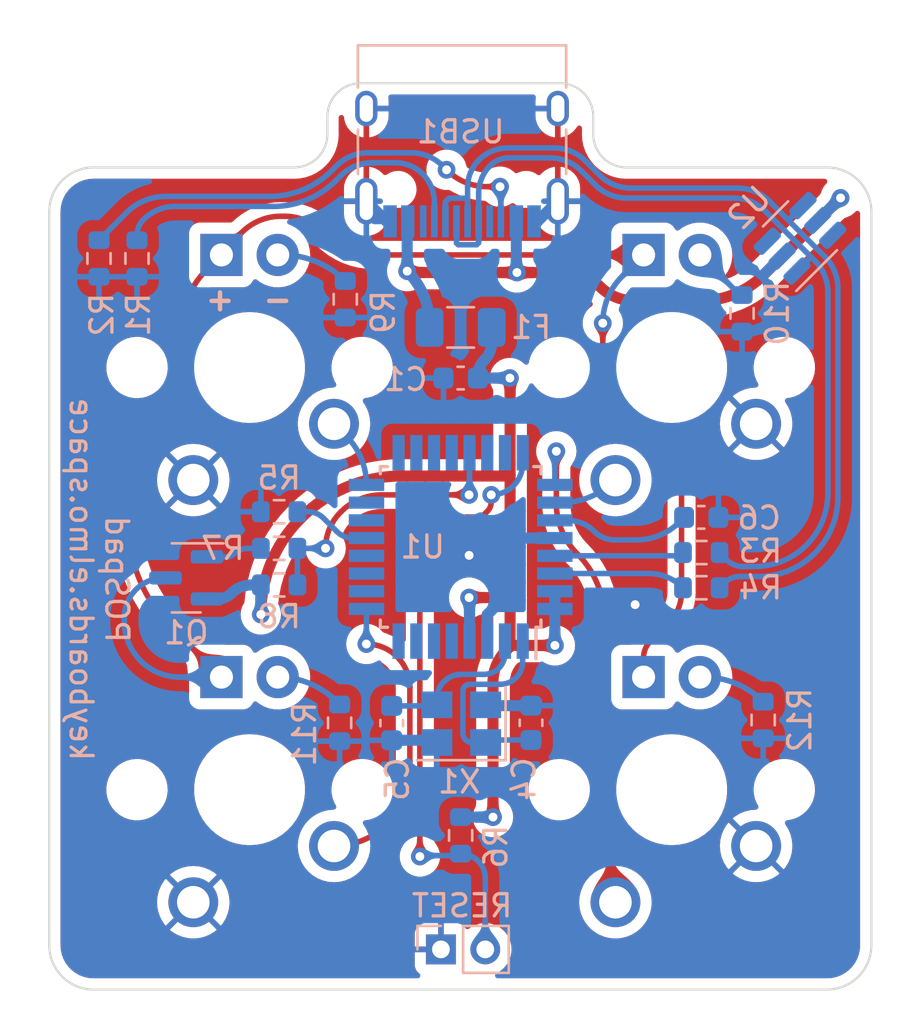
<source format=kicad_pcb>
(kicad_pcb (version 20211014) (generator pcbnew)
  (layers (0 "F.Cu" signal) (31 "B.Cu" signal) (34 "B.Paste" user) (35 "F.Paste" user) (36 "B.SilkS" user "B.Silkscreen") (37 "F.SilkS" user "F.Silkscreen") (38 "B.Mask" user) (39 "F.Mask" user) (44 "Edge.Cuts" user))
  (net 0 "")
  (net 1 "GND")
  (net 2 "+5V")
  (net 3 "Net-(C4-Pad1)")
  (net 4 "Net-(C5-Pad1)")
  (net 5 "Net-(C6-Pad1)")
  (net 6 "VCC")
  (net 7 "LED")
  (net 8 "Net-(R1-Pad2)")
  (net 9 "Net-(R2-Pad2)")
  (net 10 "Net-(R3-Pad2)")
  (net 11 "D+")
  (net 12 "Net-(R4-Pad2)")
  (net 13 "D-")
  (net 14 "Net-(R5-Pad2)")
  (net 15 "Net-(R6-Pad1)")
  (net 35 "Net-(Q1-Pad1)")
  (net 36 "Net-(R7-Pad1)")
  (net 37 "SW1")
  (net 38 "SW2")
  (net 39 "SW3")
  (net 40 "SW4")
  (net 41 "Net-(MX1-Pad3)")
  (net 42 "Net-(MX2-Pad3)")
  (net 43 "Net-(MX3-Pad3)")
  (net 44 "Net-(MX4-Pad3)")
  (footprint "MX_Only:MXOnly-1U" (layer "F.Cu") (at 134.9375 94.45625 180)
    (fp_text reference "MX1")
    (fp_text value "MX-LED")
  )
  (footprint "MX_Only:MXOnly-1U" (layer "F.Cu") (at 153.9875 94.45625 180)
    (fp_text reference "MX2")
    (fp_text value "MX-LED")
  )
  (footprint "MX_Only:MXOnly-1U" (layer "F.Cu") (at 134.9375 113.50625 180)
    (fp_text reference "MX3")
    (fp_text value "MX-LED")
  )
  (footprint "MX_Only:MXOnly-1U" (layer "F.Cu") (at 153.9875 113.50625 180)
    (fp_text reference "MX4")
    (fp_text value "MX-LED")
  )
  (footprint "Capacitor_SMD:C_0603_1608Metric" (layer "B.Cu") (at 144.4625 94.9325 180)
    (fp_text reference "C1")
    (fp_text value "10uF")
  )
  (footprint "Capacitor_SMD:C_0603_1608Metric" (layer "B.Cu") (at 155.321 101.219)
    (fp_text reference "C6")
    (fp_text value "1uF")
  )
  (footprint "Fuse:Fuse_1206_3216Metric" (layer "B.Cu") (at 144.4625 92.6465 180)
    (fp_text reference "F1")
    (fp_text value "Polyfuse_Small")
  )
  (footprint "Resistor_SMD:R_0603_1608Metric" (layer "B.Cu") (at 129.8575 89.535 90)
    (fp_text reference "R1")
    (fp_text value "5.1k")
  )
  (footprint "Resistor_SMD:R_0603_1608Metric" (layer "B.Cu") (at 128.143 89.535 90)
    (fp_text reference "R2")
    (fp_text value "5.1k")
  )
  (footprint "Resistor_SMD:R_0603_1608Metric" (layer "B.Cu") (at 155.321 102.8065 180)
    (fp_text reference "R3")
    (fp_text value "22")
  )
  (footprint "Resistor_SMD:R_0603_1608Metric" (layer "B.Cu") (at 155.321 104.394 180)
    (fp_text reference "R4")
    (fp_text value "22")
  )
  (footprint "Resistor_SMD:R_0603_1608Metric" (layer "B.Cu") (at 136.271 100.965)
    (fp_text reference "R5")
    (fp_text value "10k")
  )
  (footprint "Resistor_SMD:R_0603_1608Metric" (layer "B.Cu") (at 144.4625 115.57 90)
    (fp_text reference "R6")
    (fp_text value "10k")
  )
  (footprint "Resistor_SMD:R_0603_1608Metric" (layer "B.Cu") (at 139.2555 91.3765 90)
    (fp_text reference "R9")
    (fp_text value "1k")
  )
  (footprint "Connector_PinHeader_2.00mm:PinHeader_1x02_P2.00mm_Vertical" (layer "B.Cu") (at 143.5735 120.7135 -90)
    (fp_text reference "RESET")
    (fp_text value "SW_Push")
  )
  (footprint "Package_QFP:TQFP-32_7x7mm_P0.8mm" (layer "B.Cu") (at 144.4625 102.5525 90)
    (fp_text reference "U1")
    (fp_text value "ATmega32U2-AU")
  )
  (footprint "Package_TO_SOT_SMD:SOT-23-6" (layer "B.Cu") (at 159.776931 88.625066 45)
    (fp_text reference "U2")
    (fp_text value "SRV05-4")
  )
  (footprint "Connector_USB:USB_C_Receptacle_HRO_TYPE-C-31-M-12" (layer "B.Cu") (at 144.526 83.82)
    (fp_text reference "USB1")
    (fp_text value "USB_C_Receptacle_USB2.0")
  )
  (footprint "Package_TO_SOT_SMD:SOT-23" (layer "B.Cu") (at 132.08 103.9495 180)
    (fp_text reference "Q1")
    (fp_text value "AO3401A")
  )
  (footprint "Resistor_SMD:R_0603_1608Metric" (layer "B.Cu") (at 136.271 102.616 180)
    (fp_text reference "R7")
    (fp_text value "100r")
  )
  (footprint "Resistor_SMD:R_0603_1608Metric" (layer "B.Cu") (at 136.271 104.267)
    (fp_text reference "R8")
    (fp_text value "10k")
  )
  (footprint "Resistor_SMD:R_0603_1608Metric" (layer "B.Cu") (at 157.1625 92.0115 90)
    (fp_text reference "R10")
    (fp_text value "1k")
  )
  (footprint "Resistor_SMD:R_0603_1608Metric" (layer "B.Cu") (at 139.0015 110.49 90)
    (fp_text reference "R11")
    (fp_text value "1k")
  )
  (footprint "Resistor_SMD:R_0603_1608Metric" (layer "B.Cu") (at 158.115 110.363 90)
    (fp_text reference "R12")
    (fp_text value "1k")
  )
  (footprint "Capacitor_SMD:C_0603_1608Metric" (layer "B.Cu") (at 141.351 110.501991 -90)
    (fp_text reference "C5")
    (fp_text value "22pF")
  )
  (footprint "Capacitor_SMD:C_0603_1608Metric" (layer "B.Cu") (at 147.6375 110.49 90)
    (fp_text reference "C4")
    (fp_text value "22pF")
  )
  (footprint "Crystal:Crystal_SMD_3225-4Pin_3.2x2.5mm" (layer "B.Cu") (at 144.489702 110.52649 180)
    (fp_text reference "X1")
    (fp_text value "Crystal_GND24_Small")
  )
  (gr_line (start 138.4474 83.927301) (end 138.4474 83.127301) (layer "Edge.Cuts") (width 0.1))
  (gr_line (start 150.4474 83.127301) (end 150.4474 83.927301) (layer "Edge.Cuts") (width 0.1))
  (gr_arc (start 162.997399 120.527301) (mid 162.411613 121.941515) (end 160.997399 122.527301) (layer "Edge.Cuts") (width 0.1))
  (gr_arc (start 127.897401 122.527301) (mid 126.483187 121.941515) (end 125.897401 120.527301) (layer "Edge.Cuts") (width 0.1))
  (gr_arc (start 160.9974 85.427301) (mid 162.411614 86.013087) (end 162.9974 87.427301) (layer "Edge.Cuts") (width 0.1))
  (gr_line (start 139.9474 81.627302) (end 148.9474 81.6273) (layer "Edge.Cuts") (width 0.1))
  (gr_arc (start 125.897401 87.427301) (mid 126.483187 86.013087) (end 127.897401 85.427301) (layer "Edge.Cuts") (width 0.1))
  (gr_line (start 151.9474 85.427301) (end 160.9974 85.427301) (layer "Edge.Cuts") (width 0.1))
  (gr_arc (start 138.447401 83.927302) (mid 138.00806 84.987962) (end 136.9474 85.427301) (layer "Edge.Cuts") (width 0.1))
  (gr_arc (start 138.447401 83.127301) (mid 138.886741 82.066642) (end 139.9474 81.627302) (layer "Edge.Cuts") (width 0.1))
  (gr_arc (start 151.9474 85.427301) (mid 150.88674 84.987961) (end 150.4474 83.927301) (layer "Edge.Cuts") (width 0.1))
  (gr_line (start 160.997399 122.527301) (end 127.897401 122.527301) (layer "Edge.Cuts") (width 0.1))
  (gr_line (start 125.897401 120.527301) (end 125.897401 87.427301) (layer "Edge.Cuts") (width 0.1))
  (gr_line (start 162.9974 87.427301) (end 162.997399 120.527301) (layer "Edge.Cuts") (width 0.1))
  (gr_arc (start 148.9474 81.627301) (mid 150.00806 82.066641) (end 150.4474 83.127301) (layer "Edge.Cuts") (width 0.1))
  (gr_line (start 127.897401 85.427301) (end 136.9474 85.427301) (layer "Edge.Cuts") (width 0.1))
  (gr_text "-" (at 136.2075 91.3765) (layer "B.SilkS") (effects (font (size 1 1) (thickness 0.2)) (justify mirror)))
  (gr_text "+" (at 133.604 91.3765) (layer "B.SilkS") (effects (font (size 1 1) (thickness 0.2)) (justify mirror)))
  (gr_text "POSpad\nkeyboards.elmo.space" (at 128.143 104.013 270) (layer "B.SilkS") (effects (font (size 1 1)) (justify mirror)))
  (via (at 144.8435 102.9335) (size 0.8) (drill 0.4) (layers "F.Cu" "B.Cu") (net 1))
  (via (at 152.3365 105.156) (size 0.8) (drill 0.4) (layers "F.Cu" "B.Cu") (net 1))
  (segment (start 143.290203 111.276991) (end 143.389702 111.37649) (width 0.5) (layer "B.Cu") (net 1))
  (segment (start 145.628212 109.715) (end 145.589702 109.67649) (width 0.5) (layer "B.Cu") (net 1))
  (segment (start 141.351 111.276991) (end 143.290203 111.276991) (width 0.5) (layer "B.Cu") (net 1))
  (segment (start 147.6375 109.715) (end 145.628212 109.715) (width 0.5) (layer "B.Cu") (net 1))
  (segment (start 147.773703 109.67649) (end 147.898203 109.55199) (width 0.5) (layer "B.Cu") (net 1))
  (segment (start 147.776 87.865) (end 147.931 87.865) (width 0.5) (layer "B.Cu") (net 1))
  (segment (start 145.6625 105.607) (end 146.3675 104.902) (width 0.5) (layer "B.Cu") (net 1))
  (segment (start 148.7125 102.1525) (end 146.8565 102.1525) (width 0.5) (layer "B.Cu") (net 1))
  (segment (start 141.276 87.865) (end 141.121 87.865) (width 0.5) (layer "B.Cu") (net 1))
  (segment (start 158.999114 89.402883) (end 158.1785 90.223497) (width 0.5) (layer "B.Cu") (net 1))
  (segment (start 145.6625 106.8025) (end 145.6625 105.607) (width 0.5) (layer "B.Cu") (net 1))
  (segment (start 147.931 87.865) (end 148.846 86.95) (width 0.5) (layer "B.Cu") (net 1))
  (segment (start 157.1625 92.8365) (end 157.244485 92.8365) (width 0.5) (layer "B.Cu") (net 1))
  (segment (start 141.121 87.865) (end 140.206 86.95) (width 0.5) (layer "B.Cu") (net 1))
  (arc (start 157.244485 92.8365) (mid 157.990532 92.688102) (end 158.623 92.2655) (width 0.5) (layer "B.Cu") (net 1))
  (segment (start 146.693504 98.814504) (end 146.693504 94.941004) (width 0.5) (layer "F.Cu") (net 2))
  (segment (start 146.693504 107.052496) (end 146.508786 107.237214) (width 0.5) (layer "F.Cu") (net 2))
  (segment (start 146.7485 106.9975) (end 146.693504 107.052496) (width 0.5) (layer "F.Cu") (net 2))
  (segment (start 137.241551 101.264449) (end 137.287 101.219) (width 0.5) (layer "F.Cu") (net 2))
  (segment (start 146.693504 94.941004) (end 146.685 94.9325) (width 0.5) (layer "F.Cu") (net 2))
  (segment (start 146.693504 104.847004) (end 146.693504 107.052496) (width 0.5) (layer "F.Cu") (net 2))
  (segment (start 146.685 104.8385) (end 146.693504 104.847004) (width 0.5) (layer "F.Cu") (net 2))
  (segment (start 148.717 106.9975) (end 146.7485 106.9975) (width 0.5) (layer "F.Cu") (net 2))
  (segment (start 141.791924 99.352999) (end 146.646001 99.352999) (width 0.5) (layer "F.Cu") (net 2))
  (segment (start 146.693504 99.305496) (end 146.693504 98.814504) (width 0.5) (layer "F.Cu") (net 2))
  (segment (start 144.8435 104.8385) (end 146.685 104.8385) (width 0.5) (layer "F.Cu") (net 2))
  (segment (start 146.646001 99.352999) (end 146.693504 99.305496) (width 0.5) (layer "F.Cu") (net 2))
  (segment (start 145.923 108.651427) (end 145.923 114.7445) (width 0.5) (layer "F.Cu") (net 2))
  (segment (start 146.693504 104.847004) (end 146.693504 99.305496) (width 0.5) (layer "F.Cu") (net 2))
  (via (at 148.717 106.9975) (size 0.8) (drill 0.4) (layers "F.Cu" "B.Cu") (net 2))
  (via (at 135.4455 105.6005) (size 0.8) (drill 0.4) (layers "F.Cu" "B.Cu") (net 2))
  (via (at 144.8435 104.8385) (size 0.8) (drill 0.4) (layers "F.Cu" "B.Cu") (net 2))
  (via (at 145.923 114.7445) (size 0.8) (drill 0.4) (layers "F.Cu" "B.Cu") (net 2))
  (via (at 146.685 94.9325) (size 0.8) (drill 0.4) (layers "F.Cu" "B.Cu") (net 2))
  (arc (start 146.508786 107.237214) (mid 146.075241 107.88606) (end 145.923 108.651427) (width 0.5) (layer "F.Cu") (net 2))
  (arc (start 137.287 101.219) (mid 139.353876 99.837957) (end 141.791924 99.352999) (width 0.5) (layer "F.Cu") (net 2))
  (arc (start 135.4455 105.6005) (mid 135.912278 103.253846) (end 137.241551 101.264449) (width 0.5) (layer "F.Cu") (net 2))
  (segment (start 144.4625 114.745) (end 145.9225 114.745) (width 0.5) (layer "B.Cu") (net 2))
  (segment (start 135.446 104.267) (end 135.446 105.6) (width 0.5) (layer "B.Cu") (net 2))
  (segment (start 135.031815 104.267) (end 135.446 104.267) (width 0.5) (layer "B.Cu") (net 2))
  (segment (start 145.9225 114.745) (end 145.923 114.7445) (width 0.5) (layer "B.Cu") (net 2))
  (segment (start 145.2375 94.9325) (end 145.2375 94.842128) (width 0.5) (layer "B.Cu") (net 2))
  (segment (start 144.8625 104.8575) (end 144.8435 104.8385) (width 0.5) (layer "B.Cu") (net 2))
  (segment (start 148.7125 105.3525) (end 148.7125 106.993) (width 0.5) (layer "B.Cu") (net 2))
  (segment (start 133.08 104.8995) (end 133.504826 104.8995) (width 0.5) (layer "B.Cu") (net 2))
  (segment (start 145.8625 93.333245) (end 145.8625 92.6465) (width 0.5) (layer "B.Cu") (net 2))
  (segment (start 146.685 94.9325) (end 145.2375 94.9325) (width 0.5) (layer "B.Cu") (net 2))
  (segment (start 144.8625 106.8025) (end 144.8625 104.8575) (width 0.5) (layer "B.Cu") (net 2))
  (segment (start 148.7125 106.993) (end 148.717 106.9975) (width 0.5) (layer "B.Cu") (net 2))
  (segment (start 148.7125 105.3525) (end 148.7125 104.5525) (width 0.5) (layer "B.Cu") (net 2))
  (segment (start 135.446 105.6) (end 135.4455 105.6005) (width 0.5) (layer "B.Cu") (net 2))
  (arc (start 145.2375 94.842128) (mid 145.316637 94.44428) (end 145.542 94.107) (width 0.5) (layer "B.Cu") (net 2))
  (arc (start 133.504826 104.8995) (mid 133.833426 104.834138) (end 134.112 104.648) (width 0.5) (layer "B.Cu") (net 2))
  (arc (start 134.112 104.648) (mid 134.534014 104.366019) (end 135.031815 104.267) (width 0.5) (layer "B.Cu") (net 2))
  (arc (start 145.542 94.107) (mid 145.779205 93.751999) (end 145.8625 93.333245) (width 0.5) (layer "B.Cu") (net 2))
  (segment (start 147.6375 111.265) (end 145.701192 111.265) (width 0.25) (layer "B.Cu") (net 3))
  (segment (start 145.701192 111.265) (end 145.589702 111.37649) (width 0.25) (layer "B.Cu") (net 3))
  (segment (start 144.564701 109.054299) (end 144.564701 110.959299) (width 0.25) (layer "B.Cu") (net 3))
  (segment (start 147.2625 106.8025) (end 147.2625 107.735764) (width 0.25) (layer "B.Cu") (net 3))
  (segment (start 146.246775 108.751489) (end 144.867511 108.751489) (width 0.25) (layer "B.Cu") (net 3))
  (segment (start 144.981892 111.37649) (end 145.589702 111.37649) (width 0.25) (layer "B.Cu") (net 3))
  (segment (start 146.969607 108.442871) (end 146.953882 108.458596) (width 0.25) (layer "B.Cu") (net 3))
  (arc (start 144.867511 108.751489) (mid 144.653392 108.84018) (end 144.564701 109.054299) (width 0.25) (layer "B.Cu") (net 3))
  (arc (start 144.564701 110.959299) (mid 144.686893 111.254298) (end 144.981892 111.37649) (width 0.25) (layer "B.Cu") (net 3))
  (arc (start 146.953882 108.458596) (mid 146.629459 108.675369) (end 146.246775 108.751489) (width 0.25) (layer "B.Cu") (net 3))
  (arc (start 147.2625 107.735764) (mid 147.18638 108.118448) (end 146.969607 108.442871) (width 0.25) (layer "B.Cu") (net 3))
  (segment (start 141.351 109.726991) (end 143.339201 109.726991) (width 0.25) (layer "B.Cu") (net 4))
  (segment (start 143.339201 109.726991) (end 143.389702 109.67649) (width 0.25) (layer "B.Cu") (net 4))
  (segment (start 146.4625 106.8025) (end 146.4625 107.351458) (width 0.25) (layer "B.Cu") (net 4))
  (segment (start 143.389702 109.67649) (end 143.389702 109.408256) (width 0.25) (layer "B.Cu") (net 4))
  (segment (start 144.496479 108.301479) (end 145.512479 108.301479) (width 0.25) (layer "B.Cu") (net 4))
  (arc (start 143.389702 109.408256) (mid 143.713869 108.625646) (end 144.496479 108.301479) (width 0.25) (layer "B.Cu") (net 4))
  (arc (start 146.4625 107.351458) (mid 146.184245 108.023224) (end 145.512479 108.301479) (width 0.25) (layer "B.Cu") (net 4))
  (segment (start 154.546 101.219) (end 154.32903 101.435969) (width 0.25) (layer "B.Cu") (net 5))
  (segment (start 148.7125 101.3525) (end 149.284272 101.3525) (width 0.25) (layer "B.Cu") (net 5))
  (segment (start 152.4 102.235) (end 151.414815 102.235) (width 0.25) (layer "B.Cu") (net 5))
  (arc (start 149.284272 101.3525) (mid 149.939513 101.482836) (end 150.495 101.854) (width 0.25) (layer "B.Cu") (net 5))
  (arc (start 151.414815 102.235) (mid 150.917015 102.135981) (end 150.495 101.854) (width 0.25) (layer "B.Cu") (net 5))
  (arc (start 154.32903 101.435969) (mid 153.443984 102.027339) (end 152.4 102.235) (width 0.25) (layer "B.Cu") (net 5))
  (segment (start 152.282025 91.44) (end 155.315146 91.44) (width 0.5) (layer "F.Cu") (net 6))
  (segment (start 147.0025 90.17) (end 142.113 90.17) (width 0.5) (layer "F.Cu") (net 6))
  (segment (start 161.6075 86.8045) (end 158.143573 90.268427) (width 0.5) (layer "F.Cu") (net 6))
  (segment (start 147.0025 90.17) (end 149.215975 90.17) (width 0.5) (layer "F.Cu") (net 6))
  (segment (start 142.113 90.17) (end 142.0495 90.1065) (width 0.5) (layer "F.Cu") (net 6))
  (via (at 147.0025 90.17) (size 0.8) (drill 0.4) (layers "F.Cu" "B.Cu") (net 6))
  (via (at 142.0495 90.1065) (size 0.8) (drill 0.4) (layers "F.Cu" "B.Cu") (net 6))
  (via (at 161.6075 86.8045) (size 0.8) (drill 0.4) (layers "F.Cu" "B.Cu") (net 6))
  (arc (start 149.215975 90.17) (mid 150.045642 90.335031) (end 150.749 90.805) (width 0.5) (layer "F.Cu") (net 6))
  (arc (start 150.749 90.805) (mid 151.452357 91.274969) (end 152.282025 91.44) (width 0.5) (layer "F.Cu") (net 6))
  (arc (start 158.143573 90.268427) (mid 156.84588 91.135518) (end 155.315146 91.44) (width 0.5) (layer "F.Cu") (net 6))
  (segment (start 146.976 90.1435) (end 147.0025 90.17) (width 0.5) (layer "B.Cu") (net 6))
  (segment (start 161.597497 86.8045) (end 160.554748 87.847249) (width 0.5) (layer "B.Cu") (net 6))
  (segment (start 143.0625 92.6465) (end 143.0625 92.552098) (width 0.5) (layer "B.Cu") (net 6))
  (segment (start 146.976 87.865) (end 146.976 90.1435) (width 0.5) (layer "B.Cu") (net 6))
  (segment (start 161.6075 86.8045) (end 161.597497 86.8045) (width 0.5) (layer "B.Cu") (net 6))
  (segment (start 142.0495 89.5985) (end 142.0495 87.8915) (width 0.5) (layer "B.Cu") (net 6))
  (segment (start 142.0495 87.8915) (end 142.076 87.865) (width 0.5) (layer "B.Cu") (net 6))
  (segment (start 142.0495 89.5985) (end 142.0495 90.1065) (width 0.5) (layer "B.Cu") (net 6))
  (arc (start 143.0625 92.552098) (mid 142.79923 91.22855) (end 142.0495 90.1065) (width 0.5) (layer "B.Cu") (net 6))
  (segment (start 140.529891 89.37625) (end 152.7175 89.37625) (width 0.25) (layer "F.Cu") (net 7))
  (segment (start 153.846213 98.791713) (end 151.461786 96.407286) (width 0.25) (layer "F.Cu") (net 7))
  (segment (start 132.997573 90.046177) (end 133.6675 89.37625) (width 0.25) (layer "F.Cu") (net 7))
  (segment (start 133.6675 108.42625) (end 131.384804 106.143554) (width 0.25) (layer "F.Cu") (net 7))
  (segment (start 153.010393 106.831607) (end 153.846214 105.995786) (width 0.25) (layer "F.Cu") (net 7))
  (segment (start 150.876 94.993073) (end 150.876 92.456) (width 0.25) (layer "F.Cu") (net 7))
  (segment (start 133.6675 89.37625) (end 133.6675 89.281) (width 0.25) (layer "F.Cu") (net 7))
  (segment (start 152.7175 108.42625) (end 152.7175 107.538714) (width 0.25) (layer "F.Cu") (net 7))
  (segment (start 138.273233 88.362233) (end 138.408571 88.497571) (width 0.25) (layer "F.Cu") (net 7))
  (segment (start 154.432 104.581573) (end 154.432 100.205927) (width 0.25) (layer "F.Cu") (net 7))
  (segment (start 131.826 94.418646) (end 131.826 92.874604) (width 0.25) (layer "F.Cu") (net 7))
  (segment (start 136.354034 87.63) (end 136.505466 87.63) (width 0.25) (layer "F.Cu") (net 7))
  (segment (start 129.4765 101.5365) (end 129.4765 100.09084) (width 0.25) (layer "F.Cu") (net 7))
  (segment (start 133.6675 89.281) (end 134.586267 88.362233) (width 0.25) (layer "F.Cu") (net 7))
  (via (at 150.876 92.456) (size 0.8) (drill 0.4) (layers "F.Cu" "B.Cu") (net 7))
  (arc (start 131.384804 106.143554) (mid 129.972452 104.02982) (end 129.4765 101.5365) (width 0.25) (layer "F.Cu") (net 7))
  (arc (start 129.4765 100.09084) (mid 129.782633 98.551805) (end 130.654427 97.247073) (width 0.25) (layer "F.Cu") (net 7))
  (arc (start 152.7175 107.538714) (mid 152.79362 107.156031) (end 153.010393 106.831607) (width 0.25) (layer "F.Cu") (net 7))
  (arc (start 131.826 92.874604) (mid 132.130482 91.34387) (end 132.997573 90.046177) (width 0.25) (layer "F.Cu") (net 7))
  (arc (start 153.846213 98.791713) (mid 154.279759 99.44056) (end 154.432 100.205927) (width 0.25) (layer "F.Cu") (net 7))
  (arc (start 138.408571 88.497571) (mid 139.381841 89.147889) (end 140.529891 89.37625) (width 0.25) (layer "F.Cu") (net 7))
  (arc (start 153.846214 105.995786) (mid 154.279759 105.34694) (end 154.432 104.581573) (width 0.25) (layer "F.Cu") (net 7))
  (arc (start 130.654427 97.247073) (mid 131.521518 95.94938) (end 131.826 94.418646) (width 0.25) (layer "F.Cu") (net 7))
  (arc (start 150.876 94.993073) (mid 151.028241 95.75844) (end 151.461786 96.407286) (width 0.25) (layer "F.Cu") (net 7))
  (arc (start 138.273233 88.362233) (mid 137.462175 87.820301) (end 136.505466 87.63) (width 0.25) (layer "F.Cu") (net 7))
  (arc (start 134.586267 88.362233) (mid 135.397325 87.820301) (end 136.354034 87.63) (width 0.25) (layer "F.Cu") (net 7))
  (segment (start 151.751575 90.342175) (end 152.7175 89.37625) (width 0.25) (layer "B.Cu") (net 7))
  (segment (start 129.286 105.918) (end 129.286 105.7435) (width 0.25) (layer "B.Cu") (net 7))
  (segment (start 133.6675 108.42625) (end 131.79425 108.42625) (width 0.25) (layer "B.Cu") (net 7))
  (arc (start 129.286 105.7435) (mid 129.81145 104.47495) (end 131.08 103.9495) (width 0.25) (layer "B.Cu") (net 7))
  (arc (start 150.876 92.456) (mid 151.103555 91.312006) (end 151.751575 90.342175) (width 0.25) (layer "B.Cu") (net 7))
  (arc (start 131.79425 108.42625) (mid 130.020649 107.691601) (end 129.286 105.918) (width 0.25) (layer "B.Cu") (net 7))
  (segment (start 129.8575 88.488714) (end 129.8575 88.71) (width 0.25) (layer "B.Cu") (net 8))
  (segment (start 130.160713 87.771287) (end 130.150393 87.781607) (width 0.25) (layer "B.Cu") (net 8))
  (segment (start 136.011146 87.1855) (end 131.574927 87.1855) (width 0.25) (layer "B.Cu") (net 8))
  (segment (start 143.276 87.865) (end 143.276 86.999704) (width 0.25) (layer "B.Cu") (net 8))
  (segment (start 139.050713 85.802787) (end 138.839573 86.013927) (width 0.25) (layer "B.Cu") (net 8))
  (segment (start 141.52158 85.217) (end 140.464927 85.217) (width 0.25) (layer "B.Cu") (net 8))
  (arc (start 138.839573 86.013927) (mid 137.54188 86.881018) (end 136.011146 87.1855) (width 0.25) (layer "B.Cu") (net 8))
  (arc (start 140.464927 85.217) (mid 139.69956 85.369241) (end 139.050713 85.802787) (width 0.25) (layer "B.Cu") (net 8))
  (arc (start 130.150393 87.781607) (mid 129.93362 88.106031) (end 129.8575 88.488714) (width 0.25) (layer "B.Cu") (net 8))
  (arc (start 131.574927 87.1855) (mid 130.80956 87.337741) (end 130.160713 87.771287) (width 0.25) (layer "B.Cu") (net 8))
  (arc (start 142.748 85.725) (mid 142.185315 85.349025) (end 141.52158 85.217) (width 0.25) (layer "B.Cu") (net 8))
  (arc (start 143.276 86.999704) (mid 143.138778 86.30984) (end 142.748 85.725) (width 0.25) (layer "B.Cu") (net 8))
  (segment (start 146.2405 86.2965) (end 145.66713 86.2965) (width 0.25) (layer "F.Cu") (net 9))
  (via (at 143.8275 85.5345) (size 0.8) (drill 0.4) (layers "F.Cu" "B.Cu") (net 9))
  (via (at 146.2405 86.2965) (size 0.8) (drill 0.4) (layers "F.Cu" "B.Cu") (net 9))
  (arc (start 145.66713 86.2965) (mid 144.67153 86.098463) (end 143.8275 85.5345) (width 0.25) (layer "F.Cu") (net 9))
  (segment (start 138.653173 85.563917) (end 138.864314 85.352776) (width 0.25) (layer "B.Cu") (net 9))
  (segment (start 140.278527 84.76699) (end 142.231563 84.76699) (width 0.25) (layer "B.Cu") (net 9))
  (segment (start 129.390504 87.462495) (end 128.143 88.71) (width 0.25) (layer "B.Cu") (net 9))
  (segment (start 143.645777 85.352777) (end 143.8275 85.5345) (width 0.25) (layer "B.Cu") (net 9))
  (segment (start 146.276 87.865) (end 146.276 86.332) (width 0.25) (layer "B.Cu") (net 9))
  (segment (start 131.145651 86.73549) (end 135.824746 86.73549) (width 0.25) (layer "B.Cu") (net 9))
  (segment (start 146.276 86.332) (end 146.2405 86.2965) (width 0.25) (layer "B.Cu") (net 9))
  (arc (start 131.145651 86.73549) (mid 130.195773 86.924433) (end 129.390504 87.462495) (width 0.25) (layer "B.Cu") (net 9))
  (arc (start 138.653173 85.563917) (mid 137.35548 86.431008) (end 135.824746 86.73549) (width 0.25) (layer "B.Cu") (net 9))
  (arc (start 143.645777 85.352777) (mid 142.99693 84.919231) (end 142.231563 84.76699) (width 0.25) (layer "B.Cu") (net 9))
  (arc (start 138.864314 85.352776) (mid 139.51316 84.919231) (end 140.278527 84.76699) (width 0.25) (layer "B.Cu") (net 9))
  (segment (start 148.7125 102.9525) (end 154.35 102.9525) (width 0.25) (layer "B.Cu") (net 10))
  (segment (start 154.35 102.9525) (end 154.496 102.8065) (width 0.25) (layer "B.Cu") (net 10))
  (segment (start 151.962527 86.81001) (end 156.786982 86.81001) (width 0.25) (layer "B.Cu") (net 11))
  (segment (start 149.905332 85.581242) (end 150.548314 86.224224) (width 0.25) (layer "B.Cu") (net 11))
  (segment (start 144.276 87.865) (end 144.276 88.84) (width 0.25) (layer "B.Cu") (net 11))
  (segment (start 159.670865 90.074635) (end 160.275449 89.470051) (width 0.25) (layer "B.Cu") (net 11))
  (segment (start 158.201195 87.395796) (end 159.5452 88.7398) (width 0.25) (layer "B.Cu") (net 11))
  (segment (start 146.637462 84.995455) (end 148.491118 84.995455) (width 0.25) (layer "B.Cu") (net 11))
  (segment (start 145.276 88.825002) (end 145.276 87.865) (width 0.25) (layer "B.Cu") (net 11))
  (segment (start 144.276 88.84) (end 144.351001 88.915001) (width 0.25) (layer "B.Cu") (net 11))
  (segment (start 145.276 87.865) (end 145.276 86.599391) (width 0.25) (layer "B.Cu") (net 11))
  (segment (start 145.186001 88.915001) (end 145.276 88.825002) (width 0.25) (layer "B.Cu") (net 11))
  (segment (start 159.5452 88.7398) (end 160.275449 89.470051) (width 0.25) (layer "B.Cu") (net 11))
  (segment (start 160.450214 89.644815) (end 159.5452 88.7398) (width 0.25) (layer "B.Cu") (net 11))
  (segment (start 144.351001 88.915001) (end 145.186001 88.915001) (width 0.25) (layer "B.Cu") (net 11))
  (segment (start 156.146 102.8065) (end 156.482597 103.143097) (width 0.25) (layer "B.Cu") (net 11))
  (segment (start 161.036 100.128759) (end 161.036 91.059028) (width 0.25) (layer "B.Cu") (net 11))
  (segment (start 157.189704 103.43599) (end 157.728769 103.43599) (width 0.25) (layer "B.Cu") (net 11))
  (arc (start 157.728769 103.43599) (mid 160.067334 102.467324) (end 161.036 100.128759) (width 0.25) (layer "B.Cu") (net 11))
  (arc (start 156.482597 103.143097) (mid 156.807021 103.35987) (end 157.189704 103.43599) (width 0.25) (layer "B.Cu") (net 11))
  (arc (start 145.796 85.344) (mid 146.182065 85.08604) (end 146.637462 84.995455) (width 0.25) (layer "B.Cu") (net 11))
  (arc (start 150.548314 86.224224) (mid 151.19716 86.657769) (end 151.962527 86.81001) (width 0.25) (layer "B.Cu") (net 11))
  (arc (start 145.276 86.599391) (mid 145.411143 85.919979) (end 145.796 85.344) (width 0.25) (layer "B.Cu") (net 11))
  (arc (start 156.786982 86.81001) (mid 157.552349 86.962251) (end 158.201195 87.395796) (width 0.25) (layer "B.Cu") (net 11))
  (arc (start 161.036 91.059028) (mid 160.883759 90.293661) (end 160.450214 89.644815) (width 0.25) (layer "B.Cu") (net 11))
  (arc (start 148.491118 84.995455) (mid 149.256485 85.147696) (end 149.905332 85.581242) (width 0.25) (layer "B.Cu") (net 11))
  (segment (start 148.7125 103.7525) (end 152.947282 103.7525) (width 0.25) (layer "B.Cu") (net 12))
  (arc (start 152.947282 103.7525) (mid 153.785442 103.91922) (end 154.496 104.394) (width 0.25) (layer "B.Cu") (net 12))
  (segment (start 160.900223 89.458413) (end 159.228405 87.786595) (width 0.25) (layer "B.Cu") (net 13))
  (segment (start 155.956 86.36) (end 152.148927 86.36) (width 0.25) (layer "B.Cu") (net 13))
  (segment (start 144.776 86.326077) (end 144.776 86.89) (width 0.25) (layer "B.Cu") (net 13))
  (segment (start 157.068214 103.886) (end 157.914477 103.886) (width 0.25) (layer "B.Cu") (net 13))
  (segment (start 150.734713 85.774213) (end 150.091732 85.131232) (width 0.25) (layer "B.Cu") (net 13))
  (segment (start 143.944001 86.814999) (end 143.776 86.983) (width 0.25) (layer "B.Cu") (net 13))
  (segment (start 148.677519 84.545446) (end 146.602669 84.545446) (width 0.25) (layer "B.Cu") (net 13))
  (segment (start 161.48601 100.314467) (end 161.48601 90.872627) (width 0.25) (layer "B.Cu") (net 13))
  (segment (start 158.387596 86.945787) (end 159.228405 87.786595) (width 0.25) (layer "B.Cu") (net 13))
  (segment (start 144.776 86.89) (end 144.700999 86.814999) (width 0.25) (layer "B.Cu") (net 13))
  (segment (start 159.271899 87.786595) (end 159.228405 87.786595) (width 0.25) (layer "B.Cu") (net 13))
  (segment (start 144.776 87.865) (end 144.776 86.89) (width 0.25) (layer "B.Cu") (net 13))
  (segment (start 156.146 104.394) (end 156.361107 104.178893) (width 0.25) (layer "B.Cu") (net 13))
  (segment (start 159.882997 87.175497) (end 159.271899 87.786595) (width 0.25) (layer "B.Cu") (net 13))
  (segment (start 155.956 86.36) (end 156.973384 86.360001) (width 0.25) (layer "B.Cu") (net 13))
  (segment (start 144.700999 86.814999) (end 143.944001 86.814999) (width 0.25) (layer "B.Cu") (net 13))
  (segment (start 143.776 86.983) (end 143.776 87.865) (width 0.25) (layer "B.Cu") (net 13))
  (arc (start 161.48601 90.872627) (mid 161.333769 90.10726) (end 160.900223 89.458413) (width 0.25) (layer "B.Cu") (net 13))
  (arc (start 145.288 85.09) (mid 144.909064 85.657117) (end 144.776 86.326077) (width 0.25) (layer "B.Cu") (net 13))
  (arc (start 158.387596 86.945787) (mid 157.73875 86.512242) (end 156.973384 86.360001) (width 0.25) (layer "B.Cu") (net 13))
  (arc (start 156.361107 104.178893) (mid 156.685531 103.96212) (end 157.068214 103.886) (width 0.25) (layer "B.Cu") (net 13))
  (arc (start 148.677519 84.545446) (mid 149.442886 84.697687) (end 150.091732 85.131232) (width 0.25) (layer "B.Cu") (net 13))
  (arc (start 146.602669 84.545446) (mid 145.891176 84.68697) (end 145.288 85.09) (width 0.25) (layer "B.Cu") (net 13))
  (arc (start 150.734713 85.774213) (mid 151.38356 86.207759) (end 152.148927 86.36) (width 0.25) (layer "B.Cu") (net 13))
  (arc (start 157.914477 103.886) (mid 160.439932 102.839922) (end 161.48601 100.314467) (width 0.25) (layer "B.Cu") (net 13))
  (segment (start 137.571286 100.965) (end 137.096 100.965) (width 0.25) (layer "B.Cu") (net 14))
  (segment (start 138.880107 101.859607) (end 138.278393 101.257893) (width 0.25) (layer "B.Cu") (net 14))
  (segment (start 140.2125 102.1525) (end 139.587214 102.1525) (width 0.25) (layer "B.Cu") (net 14))
  (arc (start 139.587214 102.1525) (mid 139.204531 102.07638) (end 138.880107 101.859607) (width 0.25) (layer "B.Cu") (net 14))
  (arc (start 138.278393 101.257893) (mid 137.95397 101.04112) (end 137.571286 100.965) (width 0.25) (layer "B.Cu") (net 14))
  (segment (start 142.621 116.5225) (end 142.621 103.317427) (width 0.25) (layer "F.Cu") (net 15))
  (segment (start 145.843503 100.203) (end 145.843503 100.520157) (width 0.25) (layer "F.Cu") (net 15))
  (segment (start 145.667767 100.944421) (end 145.584921 101.027267) (width 0.25) (layer "F.Cu") (net 15))
  (segment (start 145.160657 101.203003) (end 144.735424 101.203003) (width 0.25) (layer "F.Cu") (net 15))
  (segment (start 143.32121 101.78879) (end 143.206786 101.903214) (width 0.25) (layer "F.Cu") (net 15))
  (via (at 142.621 116.5225) (size 0.8) (drill 0.4) (layers "F.Cu" "B.Cu") (net 15))
  (via (at 145.843503 100.203) (size 0.8) (drill 0.4) (layers "F.Cu" "B.Cu") (net 15))
  (arc (start 143.32121 101.78879) (mid 143.970057 101.355244) (end 144.735424 101.203003) (width 0.25) (layer "F.Cu") (net 15))
  (arc (start 145.584921 101.027267) (mid 145.390267 101.157331) (end 145.160657 101.203003) (width 0.25) (layer "F.Cu") (net 15))
  (arc (start 145.843503 100.520157) (mid 145.797831 100.749767) (end 145.667767 100.944421) (width 0.25) (layer "F.Cu") (net 15))
  (arc (start 143.206786 101.903214) (mid 142.773241 102.55206) (end 142.621 103.317427) (width 0.25) (layer "F.Cu") (net 15))
  (segment (start 145.5735 120.7135) (end 145.5735 117.506) (width 0.25) (layer "B.Cu") (net 15))
  (segment (start 144.4625 116.4825) (end 142.661 116.4825) (width 0.25) (layer "B.Cu") (net 15))
  (segment (start 142.661 116.4825) (end 142.621 116.5225) (width 0.25) (layer "B.Cu") (net 15))
  (segment (start 147.2625 98.784003) (end 147.2625 98.3025) (width 0.25) (layer "B.Cu") (net 15))
  (arc (start 145.843503 100.203) (mid 146.846885 99.787385) (end 147.2625 98.784003) (width 0.25) (layer "B.Cu") (net 15))
  (arc (start 145.5735 117.506) (mid 145.248096 116.720404) (end 144.4625 116.395) (width 0.25) (layer "B.Cu") (net 15))
  (segment (start 134.85221 102.616) (end 135.446 102.616) (width 0.25) (layer "B.Cu") (net 35))
  (segment (start 133.08 102.9995) (end 133.92636 102.9995) (width 0.25) (layer "B.Cu") (net 35))
  (arc (start 134.239 102.87) (mid 134.520342 102.682013) (end 134.85221 102.616) (width 0.25) (layer "B.Cu") (net 35))
  (arc (start 133.92636 102.9995) (mid 134.095559 102.965845) (end 134.239 102.87) (width 0.25) (layer "B.Cu") (net 35))
  (segment (start 139.065 100.965) (end 139.040019 100.989981) (width 0.25) (layer "F.Cu") (net 36))
  (segment (start 142.113 100.203) (end 144.8435 100.203) (width 0.25) (layer "F.Cu") (net 36))
  (segment (start 138.366502 102.616) (end 138.366502 102.458714) (width 0.25) (layer "F.Cu") (net 36))
  (segment (start 141.864854 100.203) (end 142.113 100.203) (width 0.25) (layer "F.Cu") (net 36))
  (segment (start 142.113 100.203) (end 140.90463 100.203) (width 0.25) (layer "F.Cu") (net 36))
  (via (at 138.3665 102.616) (size 0.8) (drill 0.4) (layers "F.Cu" "B.Cu") (net 36))
  (via (at 144.8435 100.203) (size 0.8) (drill 0.4) (layers "F.Cu" "B.Cu") (net 36))
  (arc (start 140.90463 100.203) (mid 139.90903 100.401037) (end 139.065 100.965) (width 0.25) (layer "F.Cu") (net 36))
  (arc (start 139.040019 100.989981) (mid 138.541542 101.736004) (end 138.3665 102.616) (width 0.25) (layer "F.Cu") (net 36))
  (segment (start 137.096 102.616) (end 138.3665 102.616) (width 0.25) (layer "B.Cu") (net 36))
  (segment (start 144.8625 100.184) (end 144.8435 100.203) (width 0.25) (layer "B.Cu") (net 36))
  (segment (start 144.8625 98.3025) (end 144.8625 100.184) (width 0.25) (layer "B.Cu") (net 36))
  (segment (start 137.096 102.616) (end 137.096 104.267) (width 0.25) (layer "B.Cu") (net 36))
  (segment (start 139.299448 97.548199) (end 138.7475 96.99625) (width 0.25) (layer "B.Cu") (net 37))
  (arc (start 140.2125 99.7525) (mid 139.975206 98.559541) (end 139.299448 97.548199) (width 0.25) (layer "B.Cu") (net 37))
  (segment (start 148.7125 100.5525) (end 148.994056 100.5525) (width 0.25) (layer "B.Cu") (net 38))
  (arc (start 148.994056 100.5525) (mid 150.32185 100.288386) (end 151.4475 99.53625) (width 0.25) (layer "B.Cu") (net 38))
  (segment (start 142.17099 108.89699) (end 142.17099 112.62276) (width 0.25) (layer "F.Cu") (net 39))
  (via (at 140.208 106.934) (size 0.8) (drill 0.4) (layers "F.Cu" "B.Cu") (net 39))
  (arc (start 140.208 106.934) (mid 141.596044 107.508946) (end 142.17099 108.89699) (width 0.25) (layer "F.Cu") (net 39))
  (arc (start 142.17099 112.62276) (mid 141.168273 115.043533) (end 138.7475 116.04625) (width 0.25) (layer "F.Cu") (net 39))
  (segment (start 140.208 106.934) (end 140.208 105.357) (width 0.25) (layer "B.Cu") (net 39))
  (segment (start 140.208 105.357) (end 140.2125 105.3525) (width 0.25) (layer "B.Cu") (net 39))
  (segment (start 151.4475 118.58625) (end 151.025796 115.397111) (width 0.25) (layer "F.Cu") (net 40))
  (segment (start 150.9395 114.086208) (end 150.9395 105.782748) (width 0.25) (layer "F.Cu") (net 40))
  (segment (start 148.7805 100.570462) (end 148.7805 98.2345) (width 0.25) (layer "F.Cu") (net 40))
  (via (at 148.7805 98.2345) (size 0.8) (drill 0.4) (layers "F.Cu" "B.Cu") (net 40))
  (arc (start 151.025796 115.397111) (mid 150.961098 114.743078) (end 150.9395 114.086208) (width 0.25) (layer "F.Cu") (net 40))
  (arc (start 150.9395 105.782748) (mid 150.625942 104.206381) (end 149.733 102.87) (width 0.25) (layer "F.Cu") (net 40))
  (arc (start 149.733 102.87) (mid 149.028047 101.814963) (end 148.7805 100.570462) (width 0.25) (layer "F.Cu") (net 40))
  (segment (start 148.7125 98.3025) (end 148.7805 98.2345) (width 0.25) (layer "B.Cu") (net 40))
  (segment (start 148.7125 99.7525) (end 148.7125 98.3025) (width 0.25) (layer "B.Cu") (net 40))
  (segment (start 136.2075 89.37625) (end 136.418196 89.37625) (width 0.25) (layer "B.Cu") (net 41))
  (arc (start 136.418196 89.37625) (mid 137.953733 89.681687) (end 139.2555 90.5515) (width 0.25) (layer "B.Cu") (net 41))
  (segment (start 155.2575 89.37625) (end 157.000752 91.119502) (width 0.25) (layer "B.Cu") (net 42))
  (arc (start 157.000752 91.119502) (mid 157.074962 91.169088) (end 157.1625 91.1865) (width 0.25) (layer "B.Cu") (net 42))
  (segment (start 138.862478 109.525978) (end 139.0015 109.665) (width 0.25) (layer "B.Cu") (net 43))
  (arc (start 136.2075 108.42625) (mid 137.644364 108.71206) (end 138.862478 109.525978) (width 0.25) (layer "B.Cu") (net 43))
  (segment (start 155.430999 108.42625) (end 155.2575 108.42625) (width 0.25) (layer "B.Cu") (net 44))
  (arc (start 158.115 109.538) (mid 156.883571 108.715184) (end 155.430999 108.42625) (width 0.25) (layer "B.Cu") (net 44))
  (zone (net 1) (net_name "GND") (layer "F.Cu") (connect_pads (clearance 0.508)) (min_thickness 0.25) (fill yes (thermal_gap 0.508) (thermal_bridge_width 0.254))
    (polygon (pts (xy 164.719 79.4385) (xy 164.592 123.8885) (xy 123.7615 123.8885) (xy 124.46 79.3115)))
  )
  (zone (net 2) (net_name "+5V") (layer "F.Cu") (priority 16962) (connect_pads yes (clearance 0)) (min_thickness 0.0254) (fill yes (thermal_gap 0.508) (thermal_bridge_width 0.508))
    (polygon (pts (xy 145.6335 104.5885) (xy 145.545848 104.588118) (xy 145.469209 104.586655) (xy 145.401626 104.583631) (xy 145.341145 104.578566) (xy 145.285808 104.570982) (xy 145.233661 104.5604) (xy 145.182748 104.546339) (xy 145.131113 104.528322) (xy 145.0768 104.505868) (xy 145.017855 104.4785) (xy 144.6435 104.8385) (xy 145.017855 105.1985) (xy 145.0768 105.171131) (xy 145.131113 105.148677) (xy 145.182748 105.13066) (xy 145.233661 105.116599) (xy 145.285808 105.106017) (xy 145.341145 105.098433) (xy 145.401626 105.093368) (xy 145.469209 105.090344) (xy 145.545848 105.088881) (xy 145.6335 105.0885)))
  )
  (zone (net 6) (net_name "VCC") (layer "F.Cu") (priority 16962) (connect_pads yes (clearance 0)) (min_thickness 0.0254) (fill yes (thermal_gap 0.508) (thermal_bridge_width 0.508))
    (polygon (pts (xy 147.7925 89.92) (xy 147.704848 89.919618) (xy 147.628209 89.918155) (xy 147.560626 89.915131) (xy 147.500145 89.910066) (xy 147.444808 89.902482) (xy 147.392661 89.8919) (xy 147.341748 89.877839) (xy 147.290113 89.859822) (xy 147.2358 89.837368) (xy 147.176855 89.81) (xy 146.8025 90.17) (xy 147.176855 90.53) (xy 147.2358 90.502631) (xy 147.290113 90.480177) (xy 147.341748 90.46216) (xy 147.392661 90.448099) (xy 147.444808 90.437517) (xy 147.500145 90.429933) (xy 147.560626 90.424868) (xy 147.628209 90.421844) (xy 147.704848 90.420381) (xy 147.7925 90.42)))
  )
  (zone (net 7) (net_name "LED") (layer "F.Cu") (priority 16962) (connect_pads yes (clearance 0)) (min_thickness 0.0254) (fill yes (thermal_gap 0.508) (thermal_bridge_width 0.508))
    (polygon (pts (xy 151.001 93.246) (xy 151.004266 93.155538) (xy 151.013658 93.079777) (xy 151.028564 93.01561) (xy 151.048374 92.959935) (xy 151.072476 92.909647) (xy 151.100261 92.86164) (xy 151.131116 92.812812) (xy 151.164432 92.760058) (xy 151.199596 92.700274) (xy 151.236 92.630355) (xy 150.876 92.256) (xy 150.516 92.630355) (xy 150.552403 92.700274) (xy 150.587567 92.760058) (xy 150.620883 92.812812) (xy 150.651738 92.86164) (xy 150.679523 92.909647) (xy 150.703625 92.959935) (xy 150.723435 93.01561) (xy 150.738341 93.079777) (xy 150.747733 93.155538) (xy 150.751 93.246)))
  )
  (zone (net 36) (net_name "Net-(R7-Pad1)") (layer "F.Cu") (priority 16962) (connect_pads yes (clearance 0)) (min_thickness 0.0254) (fill yes (thermal_gap 0.508) (thermal_bridge_width 0.508))
    (polygon (pts (xy 144.0535 100.328) (xy 144.143961 100.331266) (xy 144.219722 100.340658) (xy 144.283889 100.355564) (xy 144.339564 100.375374) (xy 144.389852 100.399476) (xy 144.437859 100.427261) (xy 144.486687 100.458116) (xy 144.539441 100.491432) (xy 144.599225 100.526596) (xy 144.669145 100.563) (xy 145.0435 100.203) (xy 144.669145 99.843) (xy 144.599225 99.879403) (xy 144.539441 99.914567) (xy 144.486687 99.947883) (xy 144.437859 99.978738) (xy 144.389852 100.006523) (xy 144.339564 100.030625) (xy 144.283889 100.050435) (xy 144.219722 100.065341) (xy 144.143961 100.074733) (xy 144.0535 100.078)))
  )
  (zone (net 15) (net_name "Net-(R6-Pad1)") (layer "F.Cu") (priority 16962) (connect_pads yes (clearance 0)) (min_thickness 0.0254) (fill yes (thermal_gap 0.508) (thermal_bridge_width 0.508))
    (polygon (pts (xy 142.496 115.7325) (xy 142.492733 115.822961) (xy 142.483341 115.898722) (xy 142.468435 115.962889) (xy 142.448625 116.018564) (xy 142.424523 116.068852) (xy 142.396738 116.116859) (xy 142.365883 116.165687) (xy 142.332567 116.218441) (xy 142.297403 116.278225) (xy 142.261 116.348145) (xy 142.621 116.7225) (xy 142.981 116.348145) (xy 142.944596 116.278225) (xy 142.909432 116.218441) (xy 142.876116 116.165687) (xy 142.845261 116.116859) (xy 142.817476 116.068852) (xy 142.793374 116.018564) (xy 142.773564 115.962889) (xy 142.758658 115.898722) (xy 142.749266 115.822961) (xy 142.746 115.7325)))
  )
  (zone (net 7) (net_name "LED") (layer "F.Cu") (priority 16962) (connect_pads yes (clearance 0)) (min_thickness 0.0254) (fill yes (thermal_gap 0.508) (thermal_bridge_width 0.508))
    (polygon (pts (xy 132.233842 107.169369) (xy 132.384719 107.337033) (xy 132.49133 107.491148) (xy 132.56215 107.635901) (xy 132.605657 107.77548) (xy 132.630325 107.914073) (xy 132.644631 108.055869) (xy 132.65705 108.205055) (xy 132.67606 108.365819) (xy 132.710135 108.542351) (xy 132.767753 108.738837) (xy 134.004259 108.763009) (xy 133.980087 107.526503) (xy 133.783601 107.468885) (xy 133.607069 107.43481) (xy 133.446305 107.4158) (xy 133.297119 107.403381) (xy 133.155323 107.389075) (xy 133.01673 107.364407) (xy 132.877151 107.3209) (xy 132.732398 107.25008) (xy 132.578283 107.143469) (xy 132.410619 106.992592)))
  )
  (zone (net 7) (net_name "LED") (layer "F.Cu") (priority 16962) (connect_pads yes (clearance 0)) (min_thickness 0.0254) (fill yes (thermal_gap 0.508) (thermal_bridge_width 0.508))
    (polygon (pts (xy 150.815 89.50125) (xy 151.040243 89.51312) (xy 151.224604 89.54671) (xy 151.377038 89.598988) (xy 151.506499 89.666922) (xy 151.621942 89.74748) (xy 151.732322 89.837628) (xy 151.846595 89.934337) (xy 151.973715 90.034573) (xy 152.122636 90.135305) (xy 152.302315 90.2335) (xy 153.19375 89.37625) (xy 152.302315 88.519) (xy 152.122636 88.617194) (xy 151.973715 88.717926) (xy 151.846595 88.818162) (xy 151.732322 88.914871) (xy 151.621942 89.005019) (xy 151.506499 89.085577) (xy 151.377038 89.153511) (xy 151.224604 89.205789) (xy 151.040243 89.239379) (xy 150.815 89.25125)))
  )
  (zone (net 6) (net_name "VCC") (layer "F.Cu") (priority 16962) (connect_pads yes (clearance 0)) (min_thickness 0.0254) (fill yes (thermal_gap 0.508) (thermal_bridge_width 0.508))
    (polygon (pts (xy 146.2125 90.42) (xy 146.300151 90.420381) (xy 146.37679 90.421844) (xy 146.444373 90.424868) (xy 146.504854 90.429933) (xy 146.560191 90.437517) (xy 146.612338 90.448099) (xy 146.663251 90.46216) (xy 146.714886 90.480177) (xy 146.769199 90.502631) (xy 146.828145 90.53) (xy 147.2025 90.17) (xy 146.828145 89.81) (xy 146.769199 89.837368) (xy 146.714886 89.859822) (xy 146.663251 89.877839) (xy 146.612338 89.8919) (xy 146.560191 89.902482) (xy 146.504854 89.910066) (xy 146.444373 89.915131) (xy 146.37679 89.918155) (xy 146.300151 89.919618) (xy 146.2125 89.92)))
  )
  (zone (net 40) (net_name "SW4") (layer "F.Cu") (priority 16962) (connect_pads yes (clearance 0)) (min_thickness 0.0254) (fill yes (thermal_gap 0.508) (thermal_bridge_width 0.508))
    (polygon (pts (xy 151.029282 116.377011) (xy 151.049805 116.643452) (xy 151.037504 116.864765) (xy 150.997562 117.051135) (xy 150.935162 117.212746) (xy 150.855489 117.359783) (xy 150.763726 117.502431) (xy 150.665057 117.650876) (xy 150.564666 117.815301) (xy 150.467737 118.005892) (xy 150.379454 118.232835) (xy 151.521238 119.143895) (xy 152.386979 117.967377) (xy 152.242743 117.771181) (xy 152.099607 117.612333) (xy 151.95993 117.479653) (xy 151.826069 117.361956) (xy 151.700383 117.248061) (xy 151.58523 117.126786) (xy 151.48297 116.986948) (xy 151.395959 116.817366) (xy 151.326558 116.606856) (xy 151.277124 116.344238)))
  )
  (zone (net 6) (net_name "VCC") (layer "F.Cu") (priority 16962) (connect_pads yes (clearance 0)) (min_thickness 0.0254) (fill yes (thermal_gap 0.508) (thermal_bridge_width 0.508))
    (polygon (pts (xy 161.225663 87.53989) (xy 161.287911 87.47818) (xy 161.343137 87.425023) (xy 161.393064 87.379374) (xy 161.439412 87.340188) (xy 161.483903 87.306422) (xy 161.52826 87.277031) (xy 161.574203 87.250972) (xy 161.623455 87.227201) (xy 161.677736 87.204674) (xy 161.73877 87.182346) (xy 161.748921 86.663079) (xy 161.229654 86.67323) (xy 161.207325 86.734263) (xy 161.184798 86.788544) (xy 161.161027 86.837796) (xy 161.134968 86.883739) (xy 161.105577 86.928096) (xy 161.071811 86.972587) (xy 161.032625 87.018935) (xy 160.986976 87.068862) (xy 160.933819 87.124088) (xy 160.87211 87.186337)))
  )
  (zone (net 2) (net_name "+5V") (layer "F.Cu") (priority 16962) (connect_pads yes (clearance 0)) (min_thickness 0.0254) (fill yes (thermal_gap 0.508) (thermal_bridge_width 0.508))
    (polygon (pts (xy 147.927 107.2475) (xy 148.014651 107.247881) (xy 148.09129 107.249344) (xy 148.158873 107.252368) (xy 148.219354 107.257433) (xy 148.274691 107.265017) (xy 148.326838 107.275599) (xy 148.377751 107.28966) (xy 148.429386 107.307677) (xy 148.483699 107.330131) (xy 148.542645 107.3575) (xy 148.917 106.9975) (xy 148.542645 106.6375) (xy 148.483699 106.664868) (xy 148.429386 106.687322) (xy 148.377751 106.705339) (xy 148.326838 106.7194) (xy 148.274691 106.729982) (xy 148.219354 106.737566) (xy 148.158873 106.742631) (xy 148.09129 106.745655) (xy 148.014651 106.747118) (xy 147.927 106.7475)))
  )
  (zone (net 40) (net_name "SW4") (layer "F.Cu") (priority 16962) (connect_pads yes (clearance 0)) (min_thickness 0.0254) (fill yes (thermal_gap 0.508) (thermal_bridge_width 0.508))
    (polygon (pts (xy 148.9055 99.0245) (xy 148.908766 98.934038) (xy 148.918158 98.858277) (xy 148.933064 98.79411) (xy 148.952874 98.738435) (xy 148.976976 98.688147) (xy 149.004761 98.64014) (xy 149.035616 98.591312) (xy 149.068932 98.538558) (xy 149.104096 98.478774) (xy 149.1405 98.408855) (xy 148.7805 98.0345) (xy 148.4205 98.408855) (xy 148.456903 98.478774) (xy 148.492067 98.538558) (xy 148.525383 98.591312) (xy 148.556238 98.64014) (xy 148.584023 98.688147) (xy 148.608125 98.738435) (xy 148.627935 98.79411) (xy 148.642841 98.858277) (xy 148.652233 98.934038) (xy 148.6555 99.0245)))
  )
  (zone (net 9) (net_name "Net-(R2-Pad2)") (layer "F.Cu") (priority 16962) (connect_pads yes (clearance 0)) (min_thickness 0.0254) (fill yes (thermal_gap 0.508) (thermal_bridge_width 0.508))
    (polygon (pts (xy 145.67713 86.4215) (xy 145.713955 86.423301) (xy 145.747871 86.428356) (xy 145.778849 86.436145) (xy 145.806861 86.446145) (xy 145.831879 86.457833) (xy 145.853874 86.47069) (xy 145.872817 86.484192) (xy 145.888679 86.497817) (xy 145.901434 86.511045) (xy 145.911051 86.523354) (xy 146.4405 86.2965) (xy 145.911051 86.069646) (xy 145.901434 86.081954) (xy 145.888679 86.095182) (xy 145.872817 86.108807) (xy 145.853874 86.122309) (xy 145.831879 86.135166) (xy 145.806861 86.146854) (xy 145.778849 86.156854) (xy 145.747871 86.164643) (xy 145.713955 86.169698) (xy 145.67713 86.1715)))
  )
  (zone (net 7) (net_name "LED") (layer "F.Cu") (priority 16962) (connect_pads yes (clearance 0)) (min_thickness 0.0254) (fill yes (thermal_gap 0.508) (thermal_bridge_width 0.508))
    (polygon (pts (xy 134.497878 88.273845) (xy 134.429602 88.333941) (xy 134.359884 88.380836) (xy 134.289885 88.415939) (xy 134.220768 88.440662) (xy 134.153693 88.456415) (xy 134.089822 88.464609) (xy 134.030317 88.466655) (xy 133.976339 88.463963) (xy 133.92905 88.457944) (xy 133.889611 88.450009) (xy 133.355205 89.735812) (xy 134.553519 89.026642) (xy 134.541309 88.990834) (xy 134.530364 88.946736) (xy 134.522235 88.895642) (xy 134.518477 88.838843) (xy 134.520641 88.777632) (xy 134.530281 88.7133) (xy 134.548949 88.647141) (xy 134.578199 88.580447) (xy 134.619583 88.514509) (xy 134.674655 88.450622)))
  )
  (zone (net 6) (net_name "VCC") (layer "F.Cu") (priority 16962) (connect_pads yes (clearance 0)) (min_thickness 0.0254) (fill yes (thermal_gap 0.508) (thermal_bridge_width 0.508))
    (polygon (pts (xy 142.853 89.92) (xy 142.769712 89.91937) (xy 142.696526 89.91713) (xy 142.6318 89.912752) (xy 142.573892 89.905709) (xy 142.521161 89.895475) (xy 142.471965 89.881522) (xy 142.424662 89.863323) (xy 142.377612 89.840351) (xy 142.329172 89.81208) (xy 142.277701 89.777983) (xy 141.851932 90.075409) (xy 142.16577 90.489228) (xy 142.234572 90.4694) (xy 142.29714 90.453759) (xy 142.355804 90.441809) (xy 142.412896 90.433057) (xy 142.470748 90.427007) (xy 142.531691 90.423166) (xy 142.598056 90.421039) (xy 142.672175 90.420132) (xy 142.756379 90.41995) (xy 142.853 90.42)))
  )
  (zone (net 2) (net_name "+5V") (layer "F.Cu") (priority 16962) (connect_pads yes (clearance 0)) (min_thickness 0.0254) (fill yes (thermal_gap 0.508) (thermal_bridge_width 0.508))
    (polygon (pts (xy 146.943504 95.731004) (xy 146.943805 95.641249) (xy 146.945044 95.5628) (xy 146.94772 95.493632) (xy 146.952331 95.431719) (xy 146.959378 95.375034) (xy 146.969361 95.321553) (xy 146.982779 95.269248) (xy 147.000131 95.216093) (xy 147.021917 95.160064) (xy 147.048637 95.099135) (xy 146.680734 94.732546) (xy 146.328802 95.114496) (xy 146.357435 95.173047) (xy 146.380903 95.227137) (xy 146.399713 95.278698) (xy 146.414371 95.329659) (xy 146.425384 95.381953) (xy 146.433258 95.437511) (xy 146.4385 95.498263) (xy 146.441618 95.566142) (xy 146.443116 95.643078) (xy 146.443504 95.731004)))
  )
  (zone (net 2) (net_name "+5V") (layer "F.Cu") (priority 16962) (connect_pads yes (clearance 0)) (min_thickness 0.0254) (fill yes (thermal_gap 0.508) (thermal_bridge_width 0.508))
    (polygon (pts (xy 145.673 113.9545) (xy 145.672618 114.042151) (xy 145.671155 114.11879) (xy 145.668131 114.186373) (xy 145.663066 114.246854) (xy 145.655482 114.302191) (xy 145.6449 114.354338) (xy 145.630839 114.405251) (xy 145.612822 114.456886) (xy 145.590368 114.511199) (xy 145.563 114.570145) (xy 145.923 114.9445) (xy 146.283 114.570145) (xy 146.255631 114.511199) (xy 146.233177 114.456886) (xy 146.21516 114.405251) (xy 146.201099 114.354338) (xy 146.190517 114.302191) (xy 146.182933 114.246854) (xy 146.177868 114.186373) (xy 146.174844 114.11879) (xy 146.173381 114.042151) (xy 146.173 113.9545)))
  )
  (zone (net 1) (net_name "GND") (layer "B.Cu") (connect_pads (clearance 0.508)) (min_thickness 0.25) (fill yes (thermal_gap 0.508) (thermal_bridge_width 0.254))
    (polygon (pts (xy 164.632172 79.375) (xy 164.505172 123.825) (xy 123.674672 123.825) (xy 124.373172 79.248)))
  )
  (zone (net 7) (net_name "LED") (layer "B.Cu") (priority 16962) (connect_pads yes (clearance 0)) (min_thickness 0.0254) (fill yes (thermal_gap 0.508) (thermal_bridge_width 0.508))
    (polygon (pts (xy 131.80425 108.55125) (xy 132.01699 108.562057) (xy 132.19293 108.592795) (xy 132.339731 108.640941) (xy 132.465056 108.703969) (xy 132.576566 108.779357) (xy 132.681922 108.864578) (xy 132.788788 108.95711) (xy 132.904825 109.054428) (xy 133.037694 109.154008) (xy 133.195058 109.253325) (xy 134.14375 108.42625) (xy 133.195058 107.599175) (xy 133.037694 107.698491) (xy 132.904825 107.798071) (xy 132.788788 107.895389) (xy 132.681922 107.987921) (xy 132.576566 108.073142) (xy 132.465056 108.14853) (xy 132.339731 108.211558) (xy 132.19293 108.259704) (xy 132.01699 108.290442) (xy 131.80425 108.30125)))
  )
  (zone (net 2) (net_name "+5V") (layer "B.Cu") (priority 16962) (connect_pads yes (clearance 0)) (min_thickness 0.0254) (fill yes (thermal_gap 0.508) (thermal_bridge_width 0.508))
    (polygon (pts (xy 135.196 104.81) (xy 135.195618 104.897665) (xy 135.194153 104.97432) (xy 135.191124 105.041919) (xy 135.186049 105.102416) (xy 135.178449 105.157764) (xy 135.167841 105.209919) (xy 135.153746 105.260834) (xy 135.135681 105.312464) (xy 135.113168 105.366762) (xy 135.085724 105.425684) (xy 135.445244 105.800499) (xy 135.805722 105.426606) (xy 135.77839 105.367542) (xy 135.755975 105.313128) (xy 135.737995 105.261403) (xy 135.723972 105.210407) (xy 135.713423 105.158181) (xy 135.70587 105.102764) (xy 135.700831 105.042198) (xy 135.697827 104.974521) (xy 135.696376 104.897775) (xy 135.696 104.81)))
  )
  (zone (net 36) (net_name "Net-(R7-Pad1)") (layer "B.Cu") (priority 16962) (connect_pads yes (clearance 0)) (min_thickness 0.0254) (fill yes (thermal_gap 0.508) (thermal_bridge_width 0.508))
    (polygon (pts (xy 137.5765 102.741) (xy 137.666961 102.744266) (xy 137.742722 102.753658) (xy 137.806889 102.768564) (xy 137.862564 102.788374) (xy 137.912852 102.812476) (xy 137.960859 102.840261) (xy 138.009687 102.871116) (xy 138.062441 102.904432) (xy 138.122225 102.939596) (xy 138.192145 102.976) (xy 138.5665 102.616) (xy 138.192145 102.256) (xy 138.122225 102.292403) (xy 138.062441 102.327567) (xy 138.009687 102.360883) (xy 137.960859 102.391738) (xy 137.912852 102.419523) (xy 137.862564 102.443625) (xy 137.806889 102.463435) (xy 137.742722 102.478341) (xy 137.666961 102.487733) (xy 137.5765 102.491)))
  )
  (zone (net 2) (net_name "+5V") (layer "B.Cu") (priority 16962) (connect_pads yes (clearance 0)) (min_thickness 0.0254) (fill yes (thermal_gap 0.508) (thermal_bridge_width 0.508))
    (polygon (pts (xy 148.4625 106.203) (xy 148.462159 106.291768) (xy 148.460813 106.369367) (xy 148.45797 106.437791) (xy 148.453141 106.499033) (xy 148.445836 106.555085) (xy 148.435565 106.607941) (xy 148.42184 106.659593) (xy 148.404169 106.712035) (xy 148.382064 106.76726) (xy 148.355035 106.827262) (xy 148.719281 107.197486) (xy 149.074987 106.81905) (xy 149.046944 106.760317) (xy 149.023951 106.706127) (xy 149.005514 106.654536) (xy 148.991137 106.603601) (xy 148.980328 106.55138) (xy 148.972592 106.495931) (xy 148.967436 106.435311) (xy 148.964364 106.367578) (xy 148.962883 106.290788) (xy 148.9625 106.203)))
  )
  (zone (net 39) (net_name "SW3") (layer "B.Cu") (priority 16962) (connect_pads yes (clearance 0)) (min_thickness 0.0254) (fill yes (thermal_gap 0.508) (thermal_bridge_width 0.508))
    (polygon (pts (xy 140.083 106.144) (xy 140.079733 106.234461) (xy 140.070341 106.310222) (xy 140.055435 106.374389) (xy 140.035625 106.430064) (xy 140.011523 106.480352) (xy 139.983738 106.528359) (xy 139.952883 106.577187) (xy 139.919567 106.629941) (xy 139.884403 106.689725) (xy 139.848 106.759645) (xy 140.208 107.134) (xy 140.568 106.759645) (xy 140.531596 106.689725) (xy 140.496432 106.629941) (xy 140.463116 106.577187) (xy 140.432261 106.528359) (xy 140.404476 106.480352) (xy 140.380374 106.430064) (xy 140.360564 106.374389) (xy 140.345658 106.310222) (xy 140.336266 106.234461) (xy 140.333 106.144)))
  )
  (zone (net 6) (net_name "VCC") (layer "B.Cu") (priority 16962) (connect_pads yes (clearance 0)) (min_thickness 0.0254) (fill yes (thermal_gap 0.508) (thermal_bridge_width 0.508))
    (polygon (pts (xy 146.726 89.3635) (xy 146.725835 89.456299) (xy 146.724995 89.537335) (xy 146.722964 89.608751) (xy 146.719224 89.672691) (xy 146.713257 89.7313) (xy 146.704546 89.786722) (xy 146.692575 89.841102) (xy 146.676825 89.896584) (xy 146.656779 89.955313) (xy 146.631921 90.019433) (xy 147.01551 90.369576) (xy 147.350395 89.972595) (xy 147.319575 89.915757) (xy 147.29426 89.86296) (xy 147.273915 89.812348) (xy 147.25801 89.762068) (xy 147.246012 89.710265) (xy 147.237388 89.655085) (xy 147.231608 89.594672) (xy 147.228137 89.527173) (xy 147.226445 89.450734) (xy 147.226 89.3635)))
  )
  (zone (net 42) (net_name "Net-(MX2-Pad3)") (layer "B.Cu") (priority 16962) (connect_pads yes (clearance 0)) (min_thickness 0.0254) (fill yes (thermal_gap 0.508) (thermal_bridge_width 0.508))
    (polygon (pts (xy 156.691158 90.633131) (xy 156.54028 90.465466) (xy 156.433669 90.311351) (xy 156.362849 90.166598) (xy 156.319342 90.027019) (xy 156.294674 89.888426) (xy 156.280368 89.74663) (xy 156.267949 89.597444) (xy 156.248939 89.43668) (xy 156.214864 89.260148) (xy 156.157247 89.063663) (xy 154.920741 89.039491) (xy 154.944913 90.275997) (xy 155.141398 90.333614) (xy 155.31793 90.367689) (xy 155.478694 90.386699) (xy 155.62788 90.399118) (xy 155.769676 90.413424) (xy 155.908269 90.438092) (xy 156.047848 90.481599) (xy 156.192601 90.552419) (xy 156.346716 90.65903) (xy 156.514381 90.809908)))
  )
  (zone (net 15) (net_name "Net-(R6-Pad1)") (layer "B.Cu") (priority 16962) (connect_pads yes (clearance 0)) (min_thickness 0.0254) (fill yes (thermal_gap 0.508) (thermal_bridge_width 0.508))
    (polygon (pts (xy 145.4485 119.3685) (xy 145.440958 119.526082) (xy 145.419542 119.655962) (xy 145.386062 119.764151) (xy 145.342328 119.856664) (xy 145.290152 119.939513) (xy 145.231343 120.018712) (xy 145.167713 120.100275) (xy 145.101071 120.190214) (xy 145.03323 120.294543) (xy 144.966 120.419275) (xy 145.5735 121.051) (xy 146.181 120.419275) (xy 146.113769 120.294543) (xy 146.045928 120.190214) (xy 145.979286 120.100275) (xy 145.915656 120.018712) (xy 145.856847 119.939513) (xy 145.804671 119.856664) (xy 145.760937 119.764151) (xy 145.727457 119.655962) (xy 145.706041 119.526082) (xy 145.6985 119.3685)))
  )
  (zone (net 2) (net_name "+5V") (layer "B.Cu") (priority 16962) (connect_pads yes (clearance 0)) (min_thickness 0.0254) (fill yes (thermal_gap 0.508) (thermal_bridge_width 0.508))
    (polygon (pts (xy 145.895 95.1825) (xy 145.982651 95.182881) (xy 146.05929 95.184344) (xy 146.126873 95.187368) (xy 146.187354 95.192433) (xy 146.242691 95.200017) (xy 146.294838 95.210599) (xy 146.345751 95.22466) (xy 146.397386 95.242677) (xy 146.451699 95.265131) (xy 146.510645 95.2925) (xy 146.885 94.9325) (xy 146.510645 94.5725) (xy 146.451699 94.599868) (xy 146.397386 94.622322) (xy 146.345751 94.640339) (xy 146.294838 94.6544) (xy 146.242691 94.664982) (xy 146.187354 94.672566) (xy 146.126873 94.677631) (xy 146.05929 94.680655) (xy 145.982651 94.682118) (xy 145.895 94.6825)))
  )
  (zone (net 2) (net_name "+5V") (layer "B.Cu") (priority 16962) (connect_pads yes (clearance 0)) (min_thickness 0.0254) (fill yes (thermal_gap 0.508) (thermal_bridge_width 0.508))
    (polygon (pts (xy 145.1325 114.995) (xy 145.220275 114.995376) (xy 145.297021 114.996827) (xy 145.364698 114.999831) (xy 145.425264 115.00487) (xy 145.480681 115.012423) (xy 145.532907 115.022972) (xy 145.583903 115.036995) (xy 145.635628 115.054975) (xy 145.690042 115.07739) (xy 145.749106 115.104722) (xy 146.122999 114.744244) (xy 145.748184 114.384724) (xy 145.689262 114.412168) (xy 145.634964 114.434681) (xy 145.583334 114.452746) (xy 145.532419 114.466841) (xy 145.480264 114.477449) (xy 145.424916 114.485049) (xy 145.364419 114.490124) (xy 145.29682 114.493153) (xy 145.220165 114.494618) (xy 145.1325 114.495)))
  )
  (zone (net 15) (net_name "Net-(R6-Pad1)") (layer "B.Cu") (priority 16962) (connect_pads yes (clearance 0)) (min_thickness 0.0254) (fill yes (thermal_gap 0.508) (thermal_bridge_width 0.508))
    (polygon (pts (xy 143.421 116.3575) (xy 143.32554 116.354363) (xy 143.245444 116.345413) (xy 143.177385 116.331334) (xy 143.118037 116.312816) (xy 143.064076 116.290545) (xy 143.012176 116.265207) (xy 142.95901 116.23749) (xy 142.901254 116.208082) (xy 142.835582 116.177669) (xy 142.758669 116.146938) (xy 142.421993 116.5424) (xy 142.830312 116.863364) (xy 142.895115 116.821225) (xy 142.950847 116.781486) (xy 143.000431 116.744626) (xy 143.046791 116.711124) (xy 143.092851 116.681459) (xy 143.141535 116.656113) (xy 143.195768 116.635564) (xy 143.258474 116.620292) (xy 143.332576 116.610778) (xy 143.421 116.6075)))
  )
  (zone (net 6) (net_name "VCC") (layer "B.Cu") (priority 16962) (connect_pads yes (clearance 0)) (min_thickness 0.0254) (fill yes (thermal_gap 0.508) (thermal_bridge_width 0.508))
    (polygon (pts (xy 141.7995 89.3065) (xy 141.799161 89.395539) (xy 141.797806 89.473408) (xy 141.794928 89.54209) (xy 141.790019 89.603565) (xy 141.782572 89.659819) (xy 141.772079 89.712832) (xy 141.758033 89.764589) (xy 141.739926 89.817071) (xy 141.717251 89.872262) (xy 141.6895 89.932145) (xy 142.0495 90.3065) (xy 142.4095 89.932145) (xy 142.381748 89.872262) (xy 142.359073 89.817071) (xy 142.340966 89.764589) (xy 142.32692 89.712832) (xy 142.316427 89.659819) (xy 142.30898 89.603565) (xy 142.304071 89.54209) (xy 142.301193 89.473408) (xy 142.299838 89.395539) (xy 142.2995 89.3065)))
  )
  (zone (net 6) (net_name "VCC") (layer "B.Cu") (priority 16962) (connect_pads yes (clearance 0)) (min_thickness 0.0254) (fill yes (thermal_gap 0.508) (thermal_bridge_width 0.508))
    (polygon (pts (xy 161.21566 87.53989) (xy 161.278069 87.478026) (xy 161.333488 87.424717) (xy 161.38364 87.378949) (xy 161.43025 87.33971) (xy 161.475039 87.305986) (xy 161.519733 87.276763) (xy 161.566054 87.251029) (xy 161.615726 87.22777) (xy 161.670473 87.205972) (xy 161.732019 87.184624) (xy 161.751417 86.66562) (xy 161.232052 86.666522) (xy 161.208174 86.728344) (xy 161.184245 86.783246) (xy 161.15919 86.833003) (xy 161.131935 86.87939) (xy 161.101408 86.924182) (xy 161.066534 86.969153) (xy 161.026241 87.016079) (xy 160.979454 87.066735) (xy 160.9251 87.122896) (xy 160.862107 87.186337)))
  )
  (zone (net 40) (net_name "SW4") (layer "B.Cu") (priority 16962) (connect_pads yes (clearance 0)) (min_thickness 0.0254) (fill yes (thermal_gap 0.508) (thermal_bridge_width 0.508))
    (polygon (pts (xy 148.8375 99.0325) (xy 148.84082 98.946482) (xy 148.850498 98.874388) (xy 148.866111 98.813452) (xy 148.887235 98.760908) (xy 148.913446 98.71399) (xy 148.944321 98.669933) (xy 148.979437 98.62597) (xy 149.01837 98.579337) (xy 149.060696 98.527266) (xy 149.105993 98.466994) (xy 148.814182 98.037357) (xy 148.396279 98.345736) (xy 148.422216 98.426438) (xy 148.448692 98.495292) (xy 148.474937 98.555737) (xy 148.500181 98.611216) (xy 148.523654 98.665169) (xy 148.544585 98.721038) (xy 148.562205 98.782265) (xy 148.575744 98.852289) (xy 148.584432 98.934554) (xy 148.5875 99.0325)))
  )
  (zone (net 9) (net_name "Net-(R2-Pad2)") (layer "B.Cu") (priority 16962) (connect_pads yes (clearance 0)) (min_thickness 0.0254) (fill yes (thermal_gap 0.508) (thermal_bridge_width 0.508))
    (polygon (pts (xy 146.401 87.102) (xy 146.404114 87.006295) (xy 146.413021 86.925972) (xy 146.427066 86.85771) (xy 146.445596 86.798191) (xy 146.467957 86.744095) (xy 146.493495 86.692103) (xy 146.521555 86.638896) (xy 146.551484 86.581155) (xy 146.582628 86.515561) (xy 146.614334 86.438795) (xy 146.223058 86.097263) (xy 145.897078 86.501588) (xy 145.938891 86.56771) (xy 145.978325 86.624569) (xy 146.014905 86.675133) (xy 146.048153 86.722368) (xy 146.077593 86.76924) (xy 146.102749 86.818717) (xy 146.123144 86.873765) (xy 146.138302 86.93735) (xy 146.147746 87.012439) (xy 146.151 87.102)))
  )
  (zone (net 2) (net_name "+5V") (layer "B.Cu") (priority 16962) (connect_pads yes (clearance 0)) (min_thickness 0.0254) (fill yes (thermal_gap 0.508) (thermal_bridge_width 0.508))
    (polygon (pts (xy 145.1125 105.6475) (xy 145.112695 105.555188) (xy 145.113633 105.47454) (xy 145.115842 105.403443) (xy 145.11985 105.339789) (xy 145.126182 105.281466) (xy 145.135369 105.226364) (xy 145.147936 105.172373) (xy 145.164413 105.117382) (xy 145.185326 105.059282) (xy 145.211203 104.995962) (xy 144.83422 104.638716) (xy 144.491979 105.029373) (xy 144.522129 105.08749) (xy 144.546825 105.141353) (xy 144.566604 105.192866) (xy 144.582003 105.243932) (xy 144.59356 105.296453) (xy 144.60181 105.352332) (xy 144.607293 105.413474) (xy 144.610543 105.48178) (xy 144.6121 105.559154) (xy 144.6125 105.6475)))
  )
  (zone (net 36) (net_name "Net-(R7-Pad1)") (layer "B.Cu") (priority 16962) (connect_pads yes (clearance 0)) (min_thickness 0.0254) (fill yes (thermal_gap 0.508) (thermal_bridge_width 0.508))
    (polygon (pts (xy 144.7375 99.394) (xy 144.734286 99.485374) (xy 144.724983 99.56201) (xy 144.710096 99.62697) (xy 144.690131 99.683318) (xy 144.665591 99.734118) (xy 144.636984 99.782434) (xy 144.604813 99.831329) (xy 144.569585 99.883867) (xy 144.531805 99.943111) (xy 144.491979 100.012127) (xy 144.83422 100.402784) (xy 145.211203 100.045538) (xy 145.176783 99.970845) (xy 145.143444 99.906944) (xy 145.111785 99.850582) (xy 145.082405 99.798507) (xy 145.055901 99.747468) (xy 145.032873 99.694213) (xy 145.01392 99.63549) (xy 144.999641 99.568048) (xy 144.990635 99.488635) (xy 144.9875 99.394)))
  )
  (zone (net 7) (net_name "LED") (layer "B.Cu") (priority 16962) (connect_pads yes (clearance 0)) (min_thickness 0.0254) (fill yes (thermal_gap 0.508) (thermal_bridge_width 0.508))
    (polygon (pts (xy 151.847035 90.423491) (xy 151.91176 90.3673) (xy 151.978316 90.32452) (xy 152.045463 90.293639) (xy 152.111967 90.273147) (xy 152.176589 90.261533) (xy 152.238094 90.257286) (xy 152.295245 90.258895) (xy 152.346804 90.264849) (xy 152.391536 90.273639) (xy 152.428203 90.283753) (xy 153.054259 89.039491) (xy 151.809997 89.665547) (xy 151.82011 89.702213) (xy 151.8289 89.746945) (xy 151.834854 89.798504) (xy 151.836463 89.855655) (xy 151.832216 89.91716) (xy 151.820602 89.981782) (xy 151.80011 90.048286) (xy 151.769229 90.115433) (xy 151.726449 90.181989) (xy 151.670259 90.246715)))
  )
)
</source>
